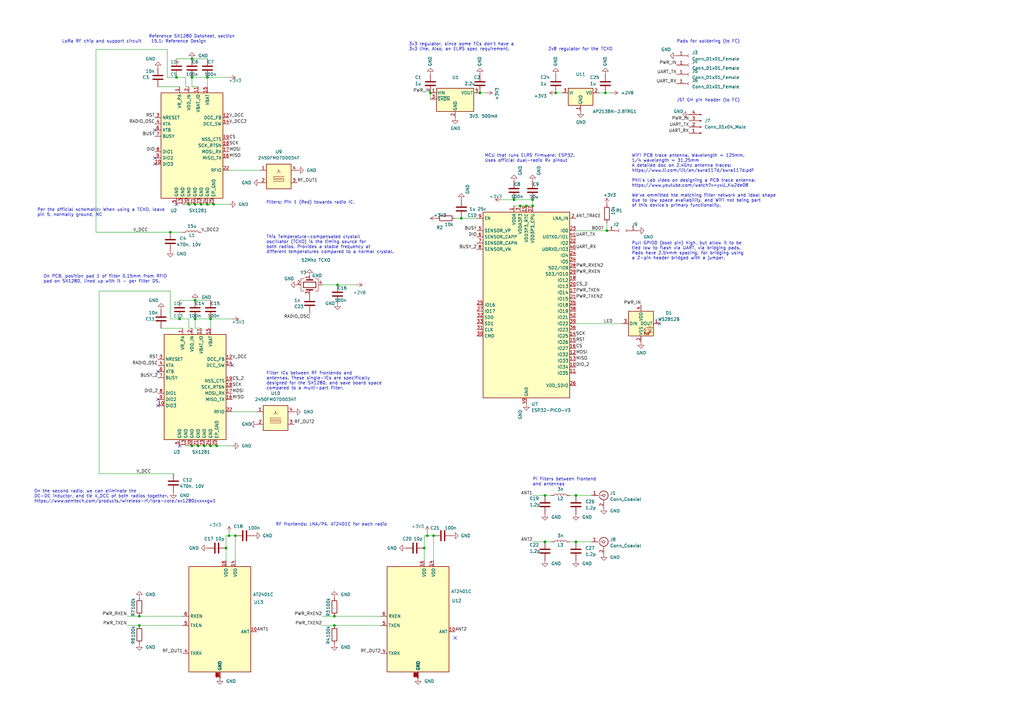
<source format=kicad_sch>
(kicad_sch (version 20211123) (generator eeschema)
  (paper "A3")
  (title_block (title "AnyLeaf ELRS dual-radio Rx") (rev "1.0"))
  (junction (at 81.28 182.88))
  (junction (at 80.01 130.81))
  (junction (at 248.92 94.615))
  (junction (at 72.39 31.75))
  (junction (at 137.16 252.73))
  (junction (at 85.09 83.82))
  (junction (at 86.36 130.81))
  (junction (at 215.9 84.455))
  (junction (at 189.23 89.535))
  (junction (at 92.71 224.79))
  (junction (at 88.9 182.88))
  (junction (at 196.85 38.1))
  (junction (at 210.82 81.915))
  (junction (at 177.8 219.71))
  (junction (at 213.36 84.455))
  (junction (at 227.965 38.1))
  (junction (at 73.66 130.81))
  (junction (at 218.44 81.915))
  (junction (at 236.22 203.2))
  (junction (at 78.74 182.88))
  (junction (at 223.52 203.2))
  (junction (at 82.55 83.82))
  (junction (at 176.53 38.1))
  (junction (at 85.09 31.75))
  (junction (at 223.52 222.25))
  (junction (at 236.22 222.25))
  (junction (at 173.99 224.79))
  (junction (at 78.74 31.75))
  (junction (at 80.01 83.82))
  (junction (at 78.74 24.13))
  (junction (at 83.82 182.88))
  (junction (at 137.16 256.54))
  (junction (at 218.44 84.455))
  (junction (at 96.52 219.71))
  (junction (at 57.15 252.73))
  (junction (at 87.63 83.82))
  (junction (at 77.47 83.82))
  (junction (at 80.01 123.19))
  (junction (at 86.36 182.88))
  (junction (at 93.98 219.71))
  (junction (at 248.285 38.1))
  (junction (at 69.85 95.25))
  (junction (at 57.15 256.54))
  (junction (at 175.26 219.71))
  (junction (at 138.43 116.84))
  (no_connect (at 64.77 166.37))
  (no_connect (at 72.39 83.82))
  (no_connect (at 73.66 182.88))
  (no_connect (at 63.5 53.34))
  (no_connect (at 270.51 132.715))
  (no_connect (at 186.69 261.62))
  (no_connect (at 63.5 64.77))
  (no_connect (at 95.25 149.86))
  (no_connect (at 64.77 163.83))
  (no_connect (at 64.77 152.4))
  (no_connect (at 63.5 67.31))
  (wire (pts (xy 213.36 84.455) (xy 215.9 84.455)))
  (wire (pts (xy 226.06 222.25) (xy 223.52 222.25)))
  (wire (pts (xy 83.82 182.88) (xy 86.36 182.88)))
  (wire (pts (xy 69.85 95.25) (xy 74.93 95.25)))
  (wire (pts (xy 78.74 35.56) (xy 81.28 35.56)))
  (wire (pts (xy 78.74 182.88) (xy 81.28 182.88)))
  (wire (pts (xy 138.43 116.84) (xy 146.05 116.84)))
  (wire (pts (xy 73.66 130.81) (xy 69.85 130.81)))
  (wire (pts (xy 227.965 38.1) (xy 230.505 38.1)))
  (wire (pts (xy 215.9 84.455) (xy 218.44 84.455)))
  (wire (pts (xy 92.71 224.79) (xy 92.71 229.87)))
  (wire (pts (xy 186.69 89.535) (xy 189.23 89.535)))
  (wire (pts (xy 69.85 130.81) (xy 69.85 119.38)))
  (wire (pts (xy 175.26 219.71) (xy 177.8 219.71)))
  (wire (pts (xy 72.39 31.75) (xy 76.2 31.75)))
  (wire (pts (xy 93.98 218.44) (xy 93.98 219.71)))
  (wire (pts (xy 173.99 219.71) (xy 173.99 224.79)))
  (wire (pts (xy 80.01 130.81) (xy 86.36 130.81)))
  (wire (pts (xy 218.44 81.915) (xy 218.44 84.455)))
  (wire (pts (xy 82.55 83.82) (xy 85.09 83.82)))
  (wire (pts (xy 137.16 256.54) (xy 156.21 256.54)))
  (wire (pts (xy 132.08 256.54) (xy 137.16 256.54)))
  (wire (pts (xy 73.66 123.19) (xy 80.01 123.19)))
  (wire (pts (xy 57.15 252.73) (xy 74.93 252.73)))
  (wire (pts (xy 66.04 134.62) (xy 74.93 134.62)))
  (wire (pts (xy 189.23 89.535) (xy 195.58 89.535)))
  (wire (pts (xy 68.58 20.32) (xy 39.37 20.32)))
  (wire (pts (xy 80.01 83.82) (xy 82.55 83.82)))
  (wire (pts (xy 80.01 123.19) (xy 86.36 123.19)))
  (wire (pts (xy 76.2 35.56) (xy 76.2 31.75)))
  (wire (pts (xy 78.74 31.75) (xy 78.74 35.56)))
  (wire (pts (xy 248.285 38.1) (xy 250.825 38.1)))
  (wire (pts (xy 236.22 94.615) (xy 248.92 94.615)))
  (wire (pts (xy 87.63 83.82) (xy 93.98 83.82)))
  (wire (pts (xy 173.99 224.79) (xy 173.99 229.87)))
  (wire (pts (xy 86.36 130.81) (xy 86.36 134.62)))
  (wire (pts (xy 173.99 219.71) (xy 175.26 219.71)))
  (wire (pts (xy 92.71 219.71) (xy 93.98 219.71)))
  (wire (pts (xy 196.85 38.1) (xy 199.39 38.1)))
  (wire (pts (xy 226.06 203.2) (xy 223.52 203.2)))
  (wire (pts (xy 236.22 132.715) (xy 255.27 132.715)))
  (wire (pts (xy 248.92 91.44) (xy 248.92 94.615)))
  (wire (pts (xy 39.37 20.32) (xy 39.37 95.25)))
  (wire (pts (xy 78.74 134.62) (xy 77.47 134.62)))
  (wire (pts (xy 93.98 219.71) (xy 96.52 219.71)))
  (wire (pts (xy 78.74 31.75) (xy 85.09 31.75)))
  (wire (pts (xy 210.82 84.455) (xy 213.36 84.455)))
  (wire (pts (xy 96.52 219.71) (xy 96.52 229.87)))
  (wire (pts (xy 52.07 252.73) (xy 57.15 252.73)))
  (wire (pts (xy 78.74 24.13) (xy 85.09 24.13)))
  (wire (pts (xy 40.64 119.38) (xy 40.64 194.31)))
  (wire (pts (xy 233.68 203.2) (xy 236.22 203.2)))
  (wire (pts (xy 223.52 222.25) (xy 218.44 222.25)))
  (wire (pts (xy 177.8 219.71) (xy 177.8 229.87)))
  (wire (pts (xy 92.71 219.71) (xy 92.71 224.79)))
  (wire (pts (xy 69.85 119.38) (xy 40.64 119.38)))
  (wire (pts (xy 236.22 203.2) (xy 242.57 203.2)))
  (wire (pts (xy 175.26 218.44) (xy 175.26 219.71)))
  (wire (pts (xy 72.39 31.75) (xy 68.58 31.75)))
  (wire (pts (xy 77.47 134.62) (xy 77.47 130.81)))
  (wire (pts (xy 176.53 38.1) (xy 176.53 40.64)))
  (wire (pts (xy 52.07 256.54) (xy 57.15 256.54)))
  (wire (pts (xy 95.25 168.91) (xy 105.41 168.91)))
  (wire (pts (xy 132.08 252.73) (xy 137.16 252.73)))
  (wire (pts (xy 77.47 83.82) (xy 80.01 83.82)))
  (wire (pts (xy 80.01 130.81) (xy 80.01 134.62)))
  (wire (pts (xy 85.09 31.75) (xy 93.98 31.75)))
  (wire (pts (xy 137.16 252.73) (xy 156.21 252.73)))
  (wire (pts (xy 205.74 81.915) (xy 210.82 81.915)))
  (wire (pts (xy 210.82 81.915) (xy 218.44 81.915)))
  (wire (pts (xy 40.64 194.31) (xy 71.12 194.31)))
  (wire (pts (xy 64.77 35.56) (xy 73.66 35.56)))
  (wire (pts (xy 93.98 69.85) (xy 106.68 69.85)))
  (wire (pts (xy 86.36 130.81) (xy 95.25 130.81)))
  (wire (pts (xy 81.28 182.88) (xy 83.82 182.88)))
  (wire (pts (xy 88.9 182.88) (xy 95.25 182.88)))
  (wire (pts (xy 39.37 95.25) (xy 69.85 95.25)))
  (wire (pts (xy 76.2 182.88) (xy 78.74 182.88)))
  (wire (pts (xy 77.47 35.56) (xy 76.2 35.56)))
  (wire (pts (xy 223.52 203.2) (xy 218.44 203.2)))
  (wire (pts (xy 245.745 38.1) (xy 248.285 38.1)))
  (wire (pts (xy 74.93 83.82) (xy 77.47 83.82)))
  (wire (pts (xy 68.58 31.75) (xy 68.58 20.32)))
  (wire (pts (xy 85.09 31.75) (xy 85.09 35.56)))
  (wire (pts (xy 57.15 256.54) (xy 74.93 256.54)))
  (wire (pts (xy 73.66 130.81) (xy 77.47 130.81)))
  (wire (pts (xy 132.08 116.84) (xy 138.43 116.84)))
  (wire (pts (xy 233.68 222.25) (xy 236.22 222.25)))
  (wire (pts (xy 86.36 182.88) (xy 88.9 182.88)))
  (wire (pts (xy 80.01 134.62) (xy 82.55 134.62)))
  (wire (pts (xy 72.39 24.13) (xy 78.74 24.13)))
  (wire (pts (xy 85.09 83.82) (xy 87.63 83.82)))
  (wire (pts (xy 127 128.27) (xy 127 130.81)))
  (wire (pts (xy 236.22 222.25) (xy 242.57 222.25)))
  (text "2v8 regulator for the TCXO" (at 224.79 20.955 0) (effects (font (size 1.27 1.27)) (justify left bottom)))
  (text "RF frontends: LNA/PA. AT2401C for each radio" (at 113.03 215.9 0) (effects (font (size 1.27 1.27)) (justify left bottom)))
  (text "3v3 regulator, since some FCs don't have a \n3v3 line. Also, an ELRS spec requirement." (at 167.64 20.955 0) (effects (font (size 1.27 1.27)) (justify left bottom)))
  (text "On the second radio, we can eliminate the\nDC-DC inductor, and tie V_DCC of both radios together.\nhttps://www.semtech.com/products/wireless-rf/lora-core/sx1280zxxxxgw1" (at 13.97 206.375 0) (effects (font (size 1.27 1.27)) (justify left bottom)))
  (text "WiFi PCB trace antenna. Wavelength = 125mm.\n1/4 wavelength = 31.25mm\nA detailed doc on 2.4Ghz antenna traces:\nhttps://www.ti.com/lit/an/swra117d/swra117d.pdf\n\nPhil's Lab video on designing a PCB trace antenna:\nhttps://www.youtube.com/watch?v=yxU_Kw2de08\n\nWe've ommitted hte matching filter network and ideal shape\ndue to low space availability, and WiFi not being part\nof this device's primary functionality." (at 259.08 85.09 0) (effects (font (size 1.27 1.27)) (justify left bottom)))
  (text "JST GH pin header (to FC)" (at 277.495 41.91 0) (effects (font (size 1.27 1.27)) (justify left bottom)))
  (text "Filter ICs between RF frontends and\nantennas. These single-ICs are specifically\ndesigned for the SX1280, and save board space\ncompared to a multi-part filter." (at 109.22 160.02 0) (effects (font (size 1.27 1.27)) (justify left bottom)))
  (text "Per the official schematic: When using a TCXO, leave\npin 5, normally ground, NC" (at 15.24 88.9 0) (effects (font (size 1.27 1.27)) (justify left bottom)))
  (text "Pads for soldering (to FC)" (at 277.495 17.78 0) (effects (font (size 1.27 1.27)) (justify left bottom)))
  (text "Pi filters between frontend\nand antennas" (at 218.44 199.39 0) (effects (font (size 1.27 1.27)) (justify left bottom)))
  (text "MCU that runs ELRS firmware: ESP32.\nUses official dual-radio Rx pinout" (at 198.755 66.675 0) (effects (font (size 1.27 1.27)) (justify left bottom)))
  (text "filters: Pin 1 (Red) towards radio IC." (at 109.22 83.82 0) (effects (font (size 1.27 1.27)) (justify left bottom)))
  (text "Pull GPIO0 (boot pin) high, but allow it to be\ntied low to flash via UART, via bridging pads.\nPads have 2.54mm spacing, for bridging using\na 2-pin header bridged with a jumper." (at 259.08 106.68 0) (effects (font (size 1.27 1.27)) (justify left bottom)))
  (text "This Temperature-compensated crystall\noscillator (TCXO) is the timing source for\nboth radios. Provides a stable frequency at\ndifferent temperatures compared to a normal crystal." (at 109.22 104.14 0) (effects (font (size 1.27 1.27)) (justify left bottom)))
  (text "Reference SX1280 Datsheet, section\n 15.1: Reference Design" (at 60.96 17.78 0) (effects (font (size 1.27 1.27)) (justify left bottom)))
  (text "On PCB, position pad 1 of filter 0.15mm from RFIO \npad on SX1280, lined up with it - per filter DS." (at 17.78 116.205 0) (effects (font (size 1.27 1.27)) (justify left bottom)))
  (text "LoRa RF chip and support circuit" (at 25.4 17.78 0) (effects (font (size 1.27 1.27)) (justify left bottom)))
  (label "UART_TX" (at 236.22 97.155 0))
  (label "PWR_TXEN2" (at 236.22 122.555 0))
  (label "PWR_RXEN" (at 52.07 252.73 180))
  (label "CS_2" (at 236.22 117.475 0))
  (label "MISO" (at 95.25 163.83 0))
  (label "PWR_TXEN" (at 52.07 256.54 180))
  (label "PWR_TXEN" (at 236.22 120.015 0))
  (label "PWR_IN" (at 277.495 26.67 180))
  (label "RST" (at 236.22 140.335 0))
  (label "PWR_RXEN2" (at 236.22 109.855 0))
  (label "DIO" (at 195.58 97.155 180))
  (label "RF_OUT2" (at 156.21 267.97 180))
  (label "SCK" (at 95.25 158.75 0))
  (label "RF_OUT1" (at 121.92 74.93 0))
  (label "V_DCC2" (at 82.55 95.25 0))
  (label "SCK" (at 236.22 137.795 0))
  (label "DIO_2" (at 64.77 161.29 180))
  (label "PWR_IN" (at 262.89 125.095 180))
  (label "V_DCC" (at 95.25 147.32 0))
  (label "UART_TX" (at 277.495 30.48 180))
  (label "DIO_2" (at 236.22 150.495 0))
  (label "SCK" (at 93.98 59.69 0))
  (label "V_DCC" (at 93.98 48.26 0))
  (label "ANT2" (at 186.69 259.08 0))
  (label "RADIO_OSC" (at 64.77 149.86 180))
  (label "UART_RX" (at 277.495 34.29 180))
  (label "MOSI" (at 93.98 62.23 0))
  (label "RF_OUT1" (at 74.93 267.97 180))
  (label "UART_TX" (at 282.575 52.07 180))
  (label "MOSI" (at 95.25 161.29 0))
  (label "ANT2" (at 218.44 222.25 180))
  (label "BOOT" (at 242.57 94.615 0))
  (label "BUSY" (at 63.5 55.88 180))
  (label "CS" (at 93.98 57.15 0))
  (label "PWR_TXEN2" (at 132.08 256.54 180))
  (label "PWR_IN" (at 282.575 49.53 180))
  (label "RADIO_OSC" (at 127 130.81 180))
  (label "LED" (at 247.65 132.715 0))
  (label "ANT_TRACE" (at 236.22 89.535 0))
  (label "V_DCC" (at 55.88 194.31 0))
  (label "CS" (at 236.22 142.875 0))
  (label "RADIO_OSC" (at 63.5 50.8 180))
  (label "MOSI" (at 236.22 145.415 0))
  (label "DIO" (at 63.5 62.23 180))
  (label "CS_2" (at 95.25 156.21 0))
  (label "RST" (at 63.5 48.26 180))
  (label "V_DCC" (at 54.61 95.25 0))
  (label "MISO" (at 236.22 147.955 0))
  (label "BUSY_2" (at 64.77 154.94 180))
  (label "MISO" (at 93.98 64.77 0))
  (label "ANT1" (at 105.41 259.08 0))
  (label "V_DCC2" (at 93.98 50.8 0))
  (label "BUSY_2" (at 195.58 102.235 180))
  (label "PWR_RXEN" (at 236.22 112.395 0))
  (label "BUSY" (at 195.58 94.615 180))
  (label "PWR_IN" (at 176.53 38.1 180))
  (label "RST" (at 64.77 147.32 180))
  (label "UART_RX" (at 282.575 54.61 180))
  (label "UART_RX" (at 236.22 102.235 0))
  (label "RF_OUT2" (at 120.65 173.99 0))
  (label "ANT1" (at 218.44 203.2 180))
  (label "PWR_RXEN2" (at 132.08 252.73 180))
  (symbol (lib_id "power:GND") (at 171.45 278.13 0) (unit 1)
    (property "Reference" "#PWR0141" (effects hide))
    (property "Value" "GND" (at 173.99 279.3999 0) (effects (justify left)))
  )
  (symbol (lib_id "power:GND") (at 176.53 30.48 180) (unit 1)
    (property "Reference" "#PWR0133" (effects hide))
    (property "Value" "GND" (at 176.403 27.2288 90) (effects (justify right)))
  )
  (symbol (lib_id "power:+3.3V") (at 93.98 31.75 270) (unit 1)
    (property "Reference" "#PWR0105" (effects hide))
    (property "Value" "+3.3V" (at 99.06 33.02 90) (effects (justify right)))
  )
  (symbol (lib_id "water_monitor-rescue:MCP1802-3.3-Anyleaf_shared") (at 186.69 40.64 0) (unit 1)
    (property "Reference" "U1" (at 185.42 31.75 0) (effects (justify left)))
    (property "Value" "3V3. 500mA" (at 192.405 47.625 0) (effects (justify left)))
    (property "Footprint" "Package_TO_SOT_SMD:TSOT-23-5" (effects hide))
    (property "Datasheet" "https://datasheet.lcsc.com/lcsc/2108131930_TECH-PUBLIC-TPRT9013-33GB_C587158.pdf" (effects hide))
    (property "LCSC" "C587158" (effects hide))
    (property "Part" "TPRT9013-33GB" (effects hide))
  )
  (symbol (lib_id "power:+3.3V") (at 179.07 89.535 90) (unit 1)
    (property "Reference" "#PWR0114" (effects hide))
    (property "Value" "+3.3V" (at 177.8 88.265 90) (effects (justify right)))
  )
  (symbol (lib_id "Device:R") (at 137.16 260.35 0) (unit 1)
    (property "Reference" "R4" (at 134.62 262.89 90))
    (property "Value" "100k" (at 134.62 259.08 90))
    (property "Footprint" "Resistor_SMD:R_0402_1005Metric" (effects hide))
    (property "LCSC" "C25741" (effects hide))
  )
  (symbol (lib_id "Device:L") (at 229.87 222.25 90) (unit 1)
    (property "Reference" "L3" (at 229.87 223.52 90))
    (property "Value" "3n" (at 229.87 219.71 90))
    (property "Footprint" "Inductor_SMD:L_0402_1005Metric" (effects hide))
    (property "LCSC" "C269824" (effects hide))
  )
  (symbol (lib_id "Anyleaf Shared:AT2401C") (at 90.17 257.81 0) (unit 1)
    (property "Reference" "U13" (at 106.045 247.015 0))
    (property "Value" "AT2401C" (at 107.95 243.84 0))
    (property "Footprint" "Package_DFN_QFN:QFN-16-1EP_3x3mm_P0.5mm_EP1.7x1.7mm" (effects hide))
    (property "Datasheet" "https://datasheet.lcsc.com/lcsc/2109191430_ZHONGKEWEI-AT2401C_C783588.pdf" (effects hide))
    (property "LCSC" "C783588" (effects hide))
  )
  (symbol (lib_id "power:GND") (at 218.44 74.295 180) (unit 1)
    (property "Reference" "#PWR0130" (effects hide))
    (property "Value" "GND" (at 220.98 67.945 90) (effects (justify left)))
  )
  (symbol (lib_id "power:GND") (at 223.52 210.82 0) (unit 1)
    (property "Reference" "#PWR0102" (effects hide))
    (property "Value" "GND" (at 226.06 212.0899 0) (effects (justify left)))
  )
  (symbol (lib_id "power:GND") (at 78.74 24.13 180) (unit 1)
    (property "Reference" "#PWR0106" (effects hide))
    (property "Value" "GND" (at 81.28 22.8599 0) (effects (justify right)))
  )
  (symbol (lib_id "RF_Module:ESP32-PICO-D4") (at 215.9 125.095 0) (unit 1)
    (property "Reference" "U7" (at 217.9194 165.735 0) (effects (justify left)))
    (property "Value" "ESP32-PICO-V3" (at 217.9194 168.275 0) (effects (justify left)))
    (property "Footprint" "Package_DFN_QFN:QFN-48-1EP_7x7mm_P0.5mm_EP5.3x5.3mm" (effects hide))
    (property "Datasheet" "https://www.espressif.com/sites/default/files/documentation/esp32-pico-v3_datasheet_en.pdf" (effects hide))
    (property "LCSC" "C967022" (effects hide))
  )
  (symbol (lib_id "Connector:Conn_01x01_Female") (at 282.575 34.29 0) (unit 1)
    (property "Reference" "J6" (at 283.845 33.0199 0) (effects (justify left)))
    (property "Value" "Conn_01x01_Female" (at 283.845 35.5599 0) (effects (justify left)))
    (property "Footprint" "TestPoint:TestPoint_Pad_2.5x2.5mm" (effects hide))
  )
  (symbol (lib_id "Connector:Conn_Coaxial") (at 247.65 203.2 0) (unit 1)
    (property "Reference" "J1" (at 250.19 202.2231 0) (effects (justify left)))
    (property "Value" "Conn_Coaxial" (at 250.19 204.7631 0) (effects (justify left)))
    (property "Footprint" "Connector_Coaxial:U.FL_Hirose_U.FL-R-SMT-1_Vertical" (effects hide))
    (property "Datasheet" " ~" (effects hide))
    (property "LCSC" "C88374" (effects hide))
    (property "Part" "Hirose U.FL-R-SMT-1(80)" (effects hide))
  )
  (symbol (lib_id "power:GND") (at 95.25 182.88 90) (unit 1)
    (property "Reference" "#PWR0103" (effects hide))
    (property "Value" "GND" (at 99.06 182.8799 90) (effects (justify right)))
  )
  (symbol (lib_id "Device:C") (at 218.44 78.105 0) (unit 1)
    (property "Reference" "C9" (at 218.44 75.565 0) (effects (justify left)))
    (property "Value" "10u" (at 217.17 80.645 0) (effects (justify left)))
    (property "Footprint" "Capacitor_SMD:C_0402_1005Metric" (effects hide))
    (property "LCSC" "C15525" (effects hide))
  )
  (symbol (lib_id "Device:C") (at 66.04 130.81 0) (unit 1)
    (property "Reference" "C11" (at 59.69 130.81 0) (effects (justify left)))
    (property "Value" "10n" (at 60.96 128.27 0) (effects (justify left)))
    (property "Footprint" "Capacitor_SMD:C_0402_1005Metric" (effects hide))
    (property "LCSC" "C15195" (effects hide))
  )
  (symbol (lib_id "Device:C") (at 86.36 127 0) (unit 1)
    (property "Reference" "C15" (at 86.36 124.46 0) (effects (justify left)))
    (property "Value" "100n" (at 85.09 129.54 0) (effects (justify left)))
    (property "Footprint" "Capacitor_SMD:C_0402_1005Metric" (effects hide))
    (property "LCSC" "C1525" (effects hide))
  )
  (symbol (lib_id "Device:L") (at 229.87 203.2 90) (unit 1)
    (property "Reference" "L2" (at 229.87 204.47 90))
    (property "Value" "3n" (at 229.87 200.66 90))
    (property "Footprint" "Inductor_SMD:L_0402_1005Metric" (effects hide))
    (property "LCSC" "C269824" (effects hide))
  )
  (symbol (lib_name "2450FM07D0034_3") (lib_id "Anyleaf Shared:2450FM07D0034") (at 114.3 72.39 0) (unit 1)
    (property "Reference" "U9" (at 114.3 62.23 0))
    (property "Value" "2450FM07D0034T" (at 114.3 64.77 0))
    (property "Footprint" "Anyleaf_Shared:2450FM07D0034" (effects hide))
    (property "Datasheet" "https://www.mouser.com/datasheet/2/611/2450FM07D0034-1519359.pdf" (effects hide))
    (property "Mouser" "609-2450FM07D0034T" (effects hide))
    (property "Alt part number" "2450FM07A0029T" (effects hide))
    (property "Digikey" "712-1654-2-ND" (effects hide))
  )
  (symbol (lib_id "power:GND") (at 189.23 81.915 180) (unit 1)
    (property "Reference" "#PWR0113" (effects hide))
    (property "Value" "GND" (at 191.77 75.565 90) (effects (justify left)))
  )
  (symbol (lib_id "Anyleaf_Shared:SX1281") (at 80.01 162.56 0) (unit 1)
    (property "Reference" "U3" (at 71.12 185.42 0) (effects (justify left)))
    (property "Value" "SX1281" (at 78.74 185.42 0) (effects (justify left)))
    (property "Footprint" "Package_DFN_QFN:QFN-24-1EP_4x4mm_P0.5mm_EP2.6x2.6mm" (effects hide))
    (property "Datasheet" "https://semtech.my.salesforce.com/sfc/p/#E0000000JelG/a/2R0000001Rbr/6EfVZUorrpoKFfvaF_Fkpgp5kzjiNyiAbqcpqh9qSjE" (effects hide))
    (property "Digikey" "SX1281IMLTRTTR-ND" (effects hide))
    (property "LCSC" "C125969" (effects hide))
  )
  (symbol (lib_id "power:+2V8") (at 250.825 38.1 270) (unit 1)
    (property "Reference" "#PWR0158" (effects hide))
    (property "Value" "+2V8" (at 254.635 38.0999 90) (effects (justify left)))
  )
  (symbol (lib_id "Device:C") (at 227.965 34.29 0) (unit 1)
    (property "Reference" "C24" (at 221.615 31.75 0) (effects (justify left)))
    (property "Value" "1u" (at 221.615 34.29 0) (effects (justify left)))
    (property "Footprint" "Capacitor_SMD:C_0402_1005Metric" (effects hide))
    (property "LCSC" "C52923" (effects hide))
  )
  (symbol (lib_id "Device:C") (at 189.23 85.725 180) (unit 1)
    (property "Reference" "C10" (at 195.58 88.265 0) (effects (justify left)))
    (property "Value" "1u 25v" (at 199.39 85.725 0) (effects (justify left)))
    (property "Footprint" "Capacitor_SMD:C_0402_1005Metric" (effects hide))
    (property "LCSC" "C52923" (effects hide))
  )
  (symbol (lib_id "power:GND") (at 137.16 245.11 180) (unit 1)
    (property "Reference" "#PWR0150" (effects hide))
    (property "Value" "GND" (at 139.7 243.8399 0) (effects (justify right)))
  )
  (symbol (lib_id "Device:C") (at 196.85 34.29 0) (unit 1)
    (property "Reference" "C2" (at 194.31 31.75 0) (effects (justify left)))
    (property "Value" "2.2u" (at 190.5 34.29 0) (effects (justify left)))
    (property "Footprint" "Capacitor_SMD:C_0402_1005Metric" (effects hide))
    (property "LCSC" "C12530" (effects hide))
  )
  (symbol (lib_id "power:GND") (at 64.77 27.94 180) (unit 1)
    (property "Reference" "#PWR0109" (effects hide))
    (property "Value" "GND" (at 59.69 24.13 0) (effects (justify right)))
  )
  (symbol (lib_id "power:GND") (at 85.09 224.79 270) (unit 1)
    (property "Reference" "#PWR0142" (effects hide))
    (property "Value" "GND" (at 77.47 224.79 90) (effects (justify left)))
  )
  (symbol (lib_id "Connector:Conn_01x01_Female") (at 256.54 94.615 180) (unit 1) (in_bom no)
    (property "Reference" "J9" (at 260.35 92.075 0))
    (property "Value" "Conn_01x01_Female" (effects hide))
    (property "Footprint" "TestPoint:TestPoint_Pad_1.0x1.0mm" (effects hide))
  )
  (symbol (lib_id "Connector:Conn_01x01_Female") (at 282.575 26.67 0) (unit 1)
    (property "Reference" "J4" (at 283.845 25.3999 0) (effects (justify left)))
    (property "Value" "Conn_01x01_Female" (at 283.845 27.9399 0) (effects (justify left)))
    (property "Footprint" "TestPoint:TestPoint_Pad_2.5x2.5mm" (effects hide))
  )
  (symbol (lib_id "Connector:Conn_01x01_Female") (at 282.575 22.86 0) (unit 1)
    (property "Reference" "J3" (at 283.845 21.5899 0) (effects (justify left)))
    (property "Value" "Conn_01x01_Female" (at 283.845 24.1299 0) (effects (justify left)))
    (property "Footprint" "TestPoint:TestPoint_Pad_2.5x2.5mm" (effects hide))
  )
  (symbol (lib_id "Device:C") (at 73.66 127 0) (unit 1)
    (property "Reference" "C13" (at 71.12 129.54 0) (effects (justify left)))
    (property "Value" "10n" (at 71.12 124.46 0) (effects (justify left)))
    (property "Footprint" "Capacitor_SMD:C_0402_1005Metric" (effects hide))
    (property "LCSC" "C15195" (effects hide))
  )
  (symbol (lib_id "power:GND") (at 120.65 168.91 90) (unit 1)
    (property "Reference" "#PWR0153" (effects hide))
    (property "Value" "GND" (at 124.46 168.9099 90) (effects (justify right)))
  )
  (symbol (lib_id "power:GND") (at 261.62 94.615 90) (unit 1)
    (property "Reference" "#PWR0111" (effects hide))
    (property "Value" "GND" (at 267.97 97.155 90) (effects (justify left)))
  )
  (symbol (lib_id "power:GND") (at 186.69 48.26 0) (unit 1)
    (property "Reference" "#PWR0115" (effects hide))
    (property "Value" "GND" (at 186.817 52.6542 0))
  )
  (symbol (lib_id "power:GND") (at 93.98 83.82 90) (unit 1)
    (property "Reference" "#PWR0101" (effects hide))
    (property "Value" "GND" (at 97.79 83.8199 90) (effects (justify right)))
  )
  (symbol (lib_id "Device:C") (at 64.77 31.75 0) (unit 1)
    (property "Reference" "C3" (at 58.42 31.75 0) (effects (justify left)))
    (property "Value" "10n" (at 59.69 29.21 0) (effects (justify left)))
    (property "Footprint" "Capacitor_SMD:C_0402_1005Metric" (effects hide))
    (property "LCSC" "C15195" (effects hide))
  )
  (symbol (lib_id "Device:C") (at 248.285 34.29 0) (unit 1)
    (property "Reference" "C25" (at 241.935 31.75 0) (effects (justify left)))
    (property "Value" "1u" (at 241.935 34.29 0) (effects (justify left)))
    (property "Footprint" "Capacitor_SMD:C_0402_1005Metric" (effects hide))
    (property "LCSC" "C52923" (effects hide))
  )
  (symbol (lib_id "power:GND") (at 69.85 102.87 0) (unit 1)
    (property "Reference" "#PWR0110" (effects hide))
    (property "Value" "GND" (at 72.39 104.1399 0) (effects (justify left)))
  )
  (symbol (lib_id "power:GND") (at 121.92 69.85 90) (unit 1)
    (property "Reference" "#PWR0151" (effects hide))
    (property "Value" "GND" (at 125.73 69.8499 90) (effects (justify right)))
  )
  (symbol (lib_id "power:GND") (at 236.22 229.87 0) (unit 1)
    (property "Reference" "#PWR0122" (effects hide))
    (property "Value" "GND" (at 238.76 231.1399 0) (effects (justify left)))
  )
  (symbol (lib_id "power:GND") (at 247.65 227.33 0) (unit 1)
    (property "Reference" "#PWR0117" (effects hide))
    (property "Value" "GND" (at 250.19 228.5999 0) (effects (justify left)))
  )
  (symbol (lib_id "Device:C") (at 223.52 207.01 0) (unit 1)
    (property "Reference" "C19" (at 217.17 204.47 0) (effects (justify left)))
    (property "Value" "1.2p" (at 217.17 207.01 0) (effects (justify left)))
    (property "Footprint" "Capacitor_SMD:C_0402_1005Metric" (effects hide))
    (property "LCSC" "C327292" (effects hide))
  )
  (symbol (lib_id "Device:C") (at 88.9 224.79 90) (unit 1)
    (property "Reference" "C17" (at 87.63 220.98 90) (effects (justify left)))
    (property "Value" "10p" (at 92.075 220.98 90) (effects (justify left)))
    (property "Footprint" "Capacitor_SMD:C_0402_1005Metric" (effects hide))
    (property "LCSC" "C32949" (effects hide))
  )
  (symbol (lib_id "power:GND") (at 282.575 46.99 270) (unit 1)
    (property "Reference" "#PWR0121" (effects hide))
    (property "Value" "GND" (at 276.225 45.72 90) (effects (justify left)))
  )
  (symbol (lib_id "Device:C") (at 127 124.46 0) (unit 1)
    (property "Reference" "C23" (at 120.65 125.73 0) (effects (justify left)))
    (property "Value" "1n" (at 120.65 123.19 0) (effects (justify left)))
    (property "Footprint" "Capacitor_SMD:C_0402_1005Metric" (effects hide))
    (property "LCSC" "C1523" (effects hide))
  )
  (symbol (lib_id "Device:C") (at 138.43 120.65 0) (unit 1)
    (property "Reference" "C16" (at 138.43 118.11 0) (effects (justify left)))
    (property "Value" "100n" (at 137.16 123.19 0) (effects (justify left)))
    (property "Footprint" "Capacitor_SMD:C_0402_1005Metric" (effects hide))
    (property "LCSC" "C1525" (effects hide))
  )
  (symbol (lib_id "Device:C") (at 223.52 226.06 0) (unit 1)
    (property "Reference" "C22" (at 217.17 223.52 0) (effects (justify left)))
    (property "Value" "1.2p" (at 217.17 226.06 0) (effects (justify left)))
    (property "Footprint" "Capacitor_SMD:C_0402_1005Metric" (effects hide))
    (property "LCSC" "C327292" (effects hide))
  )
  (symbol (lib_id "power:GND") (at 80.01 123.19 180) (unit 1)
    (property "Reference" "#PWR0119" (effects hide))
    (property "Value" "GND" (at 82.55 121.9199 0) (effects (justify right)))
  )
  (symbol (lib_id "power:GND") (at 106.68 74.93 270) (unit 1)
    (property "Reference" "#PWR0152" (effects hide))
    (property "Value" "GND" (at 99.06 74.93 90) (effects (justify left)))
  )
  (symbol (lib_id "power:GND") (at 71.12 201.93 0) (unit 1)
    (property "Reference" "#PWR0126" (effects hide))
    (property "Value" "GND" (at 73.66 203.1999 0) (effects (justify left)))
  )
  (symbol (lib_id "power:GND") (at 127 113.03 180) (unit 1)
    (property "Reference" "#PWR0124" (effects hide))
    (property "Value" "GND" (at 132.08 113.03 0) (effects (justify left)))
  )
  (symbol (lib_id "power:GND") (at 227.965 30.48 180) (unit 1)
    (property "Reference" "#PWR0161" (effects hide))
    (property "Value" "GND" (at 227.838 27.2288 90) (effects (justify right)))
  )
  (symbol (lib_id "Device:C") (at 85.09 27.94 0) (unit 1)
    (property "Reference" "C7" (at 85.09 25.4 0) (effects (justify left)))
    (property "Value" "100n" (at 83.82 30.48 0) (effects (justify left)))
    (property "Footprint" "Capacitor_SMD:C_0402_1005Metric" (effects hide))
    (property "LCSC" "C1525" (effects hide))
  )
  (symbol (lib_id "power:GND") (at 223.52 229.87 0) (unit 1)
    (property "Reference" "#PWR0104" (effects hide))
    (property "Value" "GND" (at 226.06 231.1399 0) (effects (justify left)))
  )
  (symbol (lib_id "Device:C") (at 100.33 219.71 90) (unit 1)
    (property "Reference" "C18" (at 99.695 215.9 90) (effects (justify left)))
    (property "Value" "100n" (at 106.68 216.535 90) (effects (justify left)))
    (property "Footprint" "Capacitor_SMD:C_0402_1005Metric" (effects hide))
    (property "LCSC" "C1525" (effects hide))
  )
  (symbol (lib_id "Device:L") (at 78.74 95.25 90) (unit 1)
    (property "Reference" "L1" (at 78.74 96.52 90))
    (property "Value" "15u" (at 78.74 92.71 90))
    (property "Footprint" "Inductor_SMD:L_0805_2012Metric" (effects hide))
    (property "LCSC" "C486333" (effects hide))
  )
  (symbol (lib_id "Device:C") (at 78.74 27.94 0) (unit 1)
    (property "Reference" "C6" (at 78.74 25.4 0) (effects (justify left)))
    (property "Value" "100n" (at 76.2 30.48 0) (effects (justify left)))
    (property "Footprint" "Capacitor_SMD:C_0402_1005Metric" (effects hide))
    (property "LCSC" "C1525" (effects hide))
  )
  (symbol (lib_id "Device:R") (at 57.15 260.35 0) (unit 1)
    (property "Reference" "R8" (at 54.61 262.89 90))
    (property "Value" "100k" (at 54.61 259.08 90))
    (property "Footprint" "Resistor_SMD:R_0402_1005Metric" (effects hide))
    (property "LCSC" "C25741" (effects hide))
  )
  (symbol (lib_id "Device:C") (at 236.22 226.06 0) (unit 1)
    (property "Reference" "C27" (at 240.03 224.79 0) (effects (justify left)))
    (property "Value" "1.2p" (at 240.03 227.33 0) (effects (justify left)))
    (property "Footprint" "Capacitor_SMD:C_0402_1005Metric" (effects hide))
    (property "LCSC" "C327292" (effects hide))
  )
  (symbol (lib_id "Connector:Conn_01x01_Female") (at 282.575 30.48 0) (unit 1)
    (property "Reference" "J5" (at 283.845 29.2099 0) (effects (justify left)))
    (property "Value" "Conn_01x01_Female" (at 283.845 31.7499 0) (effects (justify left)))
    (property "Footprint" "TestPoint:TestPoint_Pad_2.5x2.5mm" (effects hide))
  )
  (symbol (lib_id "Device:R") (at 248.92 87.63 0) (unit 1)
    (property "Reference" "R1" (at 254 86.36 0))
    (property "Value" "10k" (at 251.46 86.36 90))
    (property "Footprint" "Resistor_SMD:R_0402_1005Metric" (effects hide))
    (property "LCSC" "C25744" (effects hide))
  )
  (symbol (lib_id "power:+3.3V") (at 205.74 81.915 90) (unit 1)
    (property "Reference" "#PWR0127" (effects hide))
    (property "Value" "+3.3V" (at 200.66 80.645 90) (effects (justify right)))
  )
  (symbol (lib_id "power:GND") (at 236.22 210.82 0) (unit 1)
    (property "Reference" "#PWR0112" (effects hide))
    (property "Value" "GND" (at 238.76 212.0899 0) (effects (justify left)))
  )
  (symbol (lib_id "power:GND") (at 277.495 22.86 270) (unit 1)
    (property "Reference" "#PWR0120" (effects hide))
    (property "Value" "GND" (at 271.145 20.32 90) (effects (justify left)))
  )
  (symbol (lib_id "Connector:Conn_01x04_Male") (at 287.655 52.07 180) (unit 1)
    (property "Reference" "J7" (at 288.925 49.5299 0) (effects (justify right)))
    (property "Value" "Conn_01x04_Male" (at 288.925 52.0699 0) (effects (justify right)))
    (property "Footprint" "Connector_JST:JST_GH_SM04B-GHS-TB_1x04-1MP_P1.25mm_Horizontal" (effects hide))
    (property "LCSC" "C189895" (effects hide))
  )
  (symbol (lib_id "Device:R") (at 57.15 248.92 0) (unit 1)
    (property "Reference" "R7" (at 54.61 251.46 90))
    (property "Value" "100k" (at 54.61 247.65 90))
    (property "Footprint" "Resistor_SMD:R_0402_1005Metric" (effects hide))
    (property "LCSC" "C25741" (effects hide))
  )
  (symbol (lib_id "power:GND") (at 185.42 219.71 90) (unit 1)
    (property "Reference" "#PWR0139" (effects hide))
    (property "Value" "GND" (at 193.04 219.71 90) (effects (justify left)))
  )
  (symbol (lib_id "power:+3.3V") (at 227.965 38.1 90) (unit 1)
    (property "Reference" "#PWR0157" (effects hide))
    (property "Value" "+3.3V" (at 221.615 39.37 90))
  )
  (symbol (lib_id "Connector:Conn_Coaxial") (at 247.65 222.25 0) (unit 1)
    (property "Reference" "J8" (at 250.19 221.2731 0) (effects (justify left)))
    (property "Value" "Conn_Coaxial" (at 250.19 223.8131 0) (effects (justify left)))
    (property "Footprint" "Connector_Coaxial:U.FL_Hirose_U.FL-R-SMT-1_Vertical" (effects hide))
    (property "Datasheet" " ~" (effects hide))
    (property "LCSC" "C88374" (effects hide))
    (property "Part" "Hirose U.FL-R-SMT-1(80)" (effects hide))
  )
  (symbol (lib_id "Device:C") (at 236.22 207.01 0) (unit 1)
    (property "Reference" "C26" (at 240.03 205.74 0) (effects (justify left)))
    (property "Value" "1.2p" (at 240.03 208.28 0) (effects (justify left)))
    (property "Footprint" "Capacitor_SMD:C_0402_1005Metric" (effects hide))
    (property "LCSC" "C327292" (effects hide))
  )
  (symbol (lib_name "SX1281_1") (lib_id "Anyleaf_Shared:SX1281") (at 78.74 63.5 0) (unit 1)
    (property "Reference" "U2" (at 69.85 86.36 0) (effects (justify left)))
    (property "Value" "SX1281" (at 77.47 86.36 0) (effects (justify left)))
    (property "Footprint" "Package_DFN_QFN:QFN-24-1EP_4x4mm_P0.5mm_EP2.6x2.6mm" (effects hide))
    (property "Datasheet" "https://semtech.my.salesforce.com/sfc/p/#E0000000JelG/a/2R0000001Rbr/6EfVZUorrpoKFfvaF_Fkpgp5kzjiNyiAbqcpqh9qSjE" (effects hide))
    (property "Digikey" "SX1281IMLTRTTR-ND" (effects hide))
    (property "LCSC" "C125969" (effects hide))
  )
  (symbol (lib_id "power:GND") (at 57.15 264.16 0) (unit 1)
    (property "Reference" "#PWR0146" (effects hide))
    (property "Value" "GND" (at 59.69 265.4299 0) (effects (justify left)))
  )
  (symbol (lib_id "Device:C") (at 176.53 34.29 0) (unit 1)
    (property "Reference" "C1" (at 170.18 31.75 0) (effects (justify left)))
    (property "Value" "1u" (at 170.18 34.29 0) (effects (justify left)))
    (property "Footprint" "Capacitor_SMD:C_0402_1005Metric" (effects hide))
    (property "LCSC" "C52923" (effects hide))
  )
  (symbol (lib_id "Device:Crystal_GND24") (at 127 116.84 90) (mirror x) (unit 1)
    (property "Reference" "Y3" (at 124.46 111.76 90))
    (property "Value" "52Mhz TCXO" (at 129.54 106.68 90))
    (property "Footprint" "Crystal:Crystal_SMD_2016-4Pin_2.0x1.6mm" (effects hide))
    (property "Datasheet" "https://www.raltron.com/webproducts/specs/TCXO/RTX-2016BD32-S-52.000-TR-NS1_RevB.pdf" (effects hide))
    (property "Digikey" "2151-RTX-2016BD32-S-52.000-TR-NS1TR-ND" (effects hide))
  )
  (symbol (lib_id "Device:R") (at 137.16 248.92 0) (unit 1)
    (property "Reference" "R3" (at 134.62 251.46 90))
    (property "Value" "100k" (at 134.62 247.65 90))
    (property "Footprint" "Resistor_SMD:R_0402_1005Metric" (effects hide))
    (property "LCSC" "C25741" (effects hide))
  )
  (symbol (lib_id "LED:WS2812B") (at 262.89 132.715 0) (unit 1)
    (property "Reference" "D1" (at 274.32 128.3843 0))
    (property "Value" "WS2812B" (at 274.32 130.9243 0))
    (property "Footprint" "LED_SMD:LED-APA102-2020" (effects hide))
    (property "Datasheet" "https://datasheet.lcsc.com/lcsc/2012110135_Worldsemi-WS2812B-2020_C965555.pdf" (effects hide))
    (property "LCSC" "C965555" (effects hide))
    (property "Digikey" "1528-4684-ND" (effects hide))
  )
  (symbol (lib_id "Device:R") (at 182.88 89.535 270) (unit 1)
    (property "Reference" "R2" (at 180.34 93.345 90))
    (property "Value" "10k" (at 184.15 92.075 90))
    (property "Footprint" "Resistor_SMD:R_0402_1005Metric" (effects hide))
    (property "LCSC" "C25744" (effects hide))
  )
  (symbol (lib_id "Anyleaf Shared:2450FM07D0034") (at 113.03 171.45 0) (unit 1)
    (property "Reference" "U10" (at 113.03 161.29 0))
    (property "Value" "2450FM07D0034T" (at 113.03 163.83 0))
    (property "Footprint" "Anyleaf_Shared:2450FM07D0034" (effects hide))
    (property "Datasheet" "https://www.mouser.com/datasheet/2/611/2450FM07D0034-1519359.pdf" (effects hide))
    (property "Mouser" "609-2450FM07D0034T" (effects hide))
    (property "Alt part number" "2450FM07A0029T" (effects hide))
    (property "Digikey" "712-1654-2-ND" (effects hide))
  )
  (symbol (lib_id "Connector:Conn_01x01_Female") (at 254 94.615 0) (unit 1) (in_bom no)
    (property "Reference" "J2" (at 251.46 92.075 0) (effects (justify left)))
    (property "Value" "Conn_01x01_Female" (effects hide))
    (property "Footprint" "TestPoint:TestPoint_Pad_1.0x1.0mm" (effects hide))
  )
  (symbol (lib_id "power:GND") (at 215.9 165.735 0) (unit 1)
    (property "Reference" "#PWR0128" (effects hide))
    (property "Value" "GND" (at 213.36 172.085 90) (effects (justify left)))
  )
  (symbol (lib_id "power:GND") (at 196.85 30.48 180) (unit 1)
    (property "Reference" "#PWR0134" (effects hide))
    (property "Value" "GND" (at 196.723 27.2288 90) (effects (justify right)))
  )
  (symbol (lib_id "Device:C") (at 181.61 219.71 90) (unit 1)
    (property "Reference" "C21" (at 180.34 216.535 90) (effects (justify left)))
    (property "Value" "100n" (at 187.325 216.535 90) (effects (justify left)))
    (property "Footprint" "Capacitor_SMD:C_0402_1005Metric" (effects hide))
    (property "LCSC" "C1525" (effects hide))
  )
  (symbol (lib_id "Regulator_Linear:AP2127N-2.8") (at 238.125 38.1 0) (unit 1)
    (property "Reference" "U11" (at 238.125 30.48 0))
    (property "Value" "AP2138N-2.8TRG1" (at 252.095 45.72 0))
    (property "Footprint" "Package_TO_SOT_SMD:SOT-23" (effects hide))
    (property "Datasheet" "https://datasheet.lcsc.com/lcsc/2005271002_Diodes-Incorporated-AP2138N-2-8TRG1_C176956.pdf" (effects hide))
    (property "LCSC" "C176956" (effects hide))
  )
  (symbol (lib_id "power:GND") (at 66.04 127 180) (unit 1)
    (property "Reference" "#PWR0125" (effects hide))
    (property "Value" "GND" (at 60.96 123.19 0) (effects (justify right)))
  )
  (symbol (lib_id "power:+2V8") (at 146.05 116.84 270) (unit 1)
    (property "Reference" "#PWR0155" (effects hide))
    (property "Value" "+2V8" (at 144.78 120.015 90) (effects (justify left)))
  )
  (symbol (lib_id "power:GND") (at 138.43 124.46 0) (unit 1)
    (property "Reference" "#PWR0156" (effects hide))
    (property "Value" "GND" (at 133.35 124.46 0) (effects (justify left)))
  )
  (symbol (lib_id "power:GND") (at 262.89 140.335 0) (unit 1)
    (property "Reference" "#PWR0116" (effects hide))
    (property "Value" "GND" (at 263.017 144.7292 0))
  )
  (symbol (lib_id "Device:C") (at 210.82 78.105 0) (unit 1)
    (property "Reference" "C8" (at 210.82 75.565 0) (effects (justify left)))
    (property "Value" "100n" (at 209.55 80.645 0) (effects (justify left)))
    (property "Footprint" "Capacitor_SMD:C_0402_1005Metric" (effects hide))
    (property "LCSC" "C1525" (effects hide))
  )
  (symbol (lib_id "power:GND") (at 121.92 116.84 270) (unit 1)
    (property "Reference" "#PWR0132" (effects hide))
    (property "Value" "GND" (at 120.65 114.3 90) (effects (justify right)))
  )
  (symbol (lib_id "power:+3.3V") (at 248.92 83.82 0) (unit 1)
    (property "Reference" "#PWR0135" (effects hide))
    (property "Value" "+3.3V" (at 252.73 80.01 0) (effects (justify right)))
  )
  (symbol (lib_id "power:+3.3V") (at 93.98 218.44 0) (unit 1)
    (property "Reference" "#PWR0108" (effects hide))
    (property "Value" "+3.3V" (at 90.805 215.265 0) (effects (justify right)))
  )
  (symbol (lib_id "power:GND") (at 238.125 45.72 0) (unit 1)
    (property "Reference" "#PWR0159" (effects hide))
    (property "Value" "GND" (at 238.252 50.1142 0))
  )
  (symbol (lib_id "Device:C") (at 72.39 27.94 0) (unit 1)
    (property "Reference" "C5" (at 69.85 30.48 0) (effects (justify left)))
    (property "Value" "10n" (at 69.85 25.4 0) (effects (justify left)))
    (property "Footprint" "Capacitor_SMD:C_0402_1005Metric" (effects hide))
    (property "LCSC" "C15195" (effects hide))
  )
  (symbol (lib_id "power:GND") (at 247.65 208.28 0) (unit 1)
    (property "Reference" "#PWR0107" (effects hide))
    (property "Value" "GND" (at 250.19 209.5499 0) (effects (justify left)))
  )
  (symbol (lib_id "power:GND") (at 57.15 245.11 180) (unit 1)
    (property "Reference" "#PWR0147" (effects hide))
    (property "Value" "GND" (at 59.69 243.8399 0) (effects (justify right)))
  )
  (symbol (lib_id "power:GND") (at 210.82 74.295 180) (unit 1)
    (property "Reference" "#PWR0129" (effects hide))
    (property "Value" "GND" (at 213.36 67.945 90) (effects (justify left)))
  )
  (symbol (lib_id "power:GND") (at 248.285 30.48 180) (unit 1)
    (property "Reference" "#PWR0160" (effects hide))
    (property "Value" "GND" (at 248.158 27.2288 90) (effects (justify right)))
  )
  (symbol (lib_id "Device:C") (at 80.01 127 0) (unit 1)
    (property "Reference" "C14" (at 80.01 124.46 0) (effects (justify left)))
    (property "Value" "100n" (at 77.47 129.54 0) (effects (justify left)))
    (property "Footprint" "Capacitor_SMD:C_0402_1005Metric" (effects hide))
    (property "LCSC" "C1525" (effects hide))
  )
  (symbol (lib_id "Device:C") (at 170.18 224.79 90) (unit 1)
    (property "Reference" "C20" (at 168.91 220.98 90) (effects (justify left)))
    (property "Value" "10p" (at 173.355 220.98 90) (effects (justify left)))
    (property "Footprint" "Capacitor_SMD:C_0402_1005Metric" (effects hide))
    (property "LCSC" "C32949" (effects hide))
  )
  (symbol (lib_id "Device:C") (at 69.85 99.06 0) (unit 1)
    (property "Reference" "C4" (at 73.66 97.7899 0) (effects (justify left)))
    (property "Value" "470n, 10V" (at 72.39 100.33 0) (effects (justify left)))
    (property "Footprint" "Capacitor_SMD:C_0402_1005Metric" (effects hide))
    (property "LCSC" "C47339" (effects hide))
  )
  (symbol (lib_id "power:+3.3V") (at 199.39 38.1 270) (unit 1)
    (property "Reference" "#PWR0131" (effects hide))
    (property "Value" "+3.3V" (at 203.7842 38.481 0))
  )
  (symbol (lib_id "power:GND") (at 104.14 219.71 90) (unit 1)
    (property "Reference" "#PWR0143" (effects hide))
    (property "Value" "GND" (at 111.76 219.71 90) (effects (justify left)))
  )
  (symbol (lib_id "Device:C") (at 71.12 198.12 0) (unit 1)
    (property "Reference" "C12" (at 74.93 196.8499 0) (effects (justify left)))
    (property "Value" "470n, 10V" (at 73.66 199.39 0) (effects (justify left)))
    (property "Footprint" "Capacitor_SMD:C_0402_1005Metric" (effects hide))
    (property "LCSC" "C47339" (effects hide))
  )
  (symbol (lib_id "power:+3.3V") (at 95.25 130.81 270) (unit 1)
    (property "Reference" "#PWR0118" (effects hide))
    (property "Value" "+3.3V" (at 100.33 132.08 90) (effects (justify right)))
  )
  (symbol (lib_id "power:GND") (at 137.16 264.16 0) (unit 1)
    (property "Reference" "#PWR0149" (effects hide))
    (property "Value" "GND" (at 139.7 265.4299 0) (effects (justify left)))
  )
  (symbol (lib_id "Anyleaf Shared:AT2401C") (at 171.45 257.81 0) (unit 1)
    (property "Reference" "U12" (at 187.325 246.38 0))
    (property "Value" "AT2401C" (at 189.23 242.57 0))
    (property "Footprint" "Package_DFN_QFN:QFN-16-1EP_3x3mm_P0.5mm_EP1.7x1.7mm" (effects hide))
    (property "Datasheet" "https://datasheet.lcsc.com/lcsc/2109191430_ZHONGKEWEI-AT2401C_C783588.pdf" (effects hide))
    (property "LCSC" "C783588" (effects hide))
  )
  (symbol (lib_id "power:+3.3V") (at 175.26 218.44 0) (unit 1)
    (property "Reference" "#PWR0144" (effects hide))
    (property "Value" "+3.3V" (at 173.99 215.9 0) (effects (justify right)))
  )
  (symbol (lib_id "power:GND") (at 166.37 224.79 270) (unit 1)
    (property "Reference" "#PWR0145" (effects hide))
    (property "Value" "GND" (at 158.75 224.79 90) (effects (justify left)))
  )
  (symbol (lib_id "power:GND") (at 105.41 173.99 270) (unit 1)
    (property "Reference" "#PWR0154" (effects hide))
    (property "Value" "GND" (at 99.06 173.99 90) (effects (justify left)))
  )
  (symbol (lib_id "power:GND") (at 90.17 278.13 0) (unit 1)
    (property "Reference" "#PWR0137" (effects hide))
    (property "Value" "GND" (at 92.71 279.3999 0) (effects (justify left)))
  )
)
</source>
